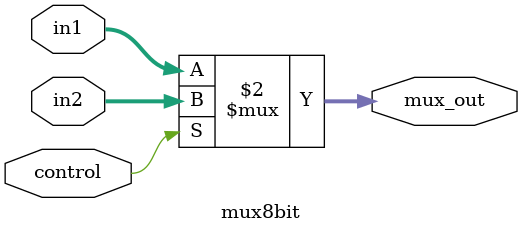
<source format=v>
`timescale 1ns / 1ps
module mux8bit(output [7:0] mux_out, 
				   input [7:0] in1, in2, 
					input control);

assign mux_out = (control == 0) ? in1 : in2;
	
endmodule
</source>
